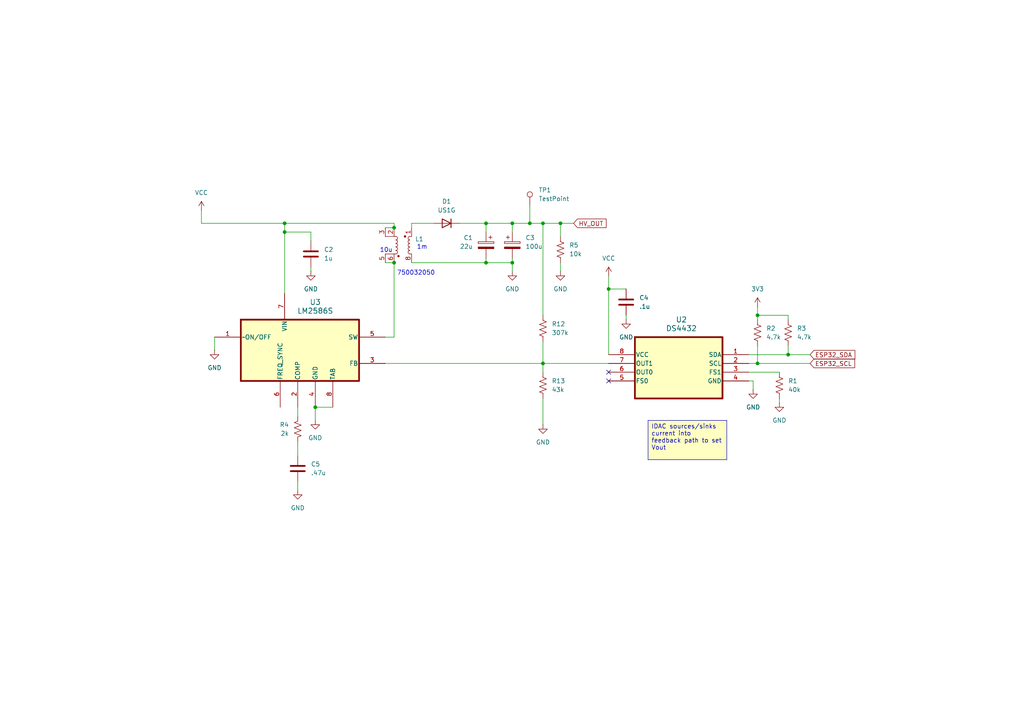
<source format=kicad_sch>
(kicad_sch (version 20231120) (generator "eeschema") (generator_version "8.0")
  (paper "A4")
  (lib_symbols
    (symbol "Connector:TestPoint" (pin_numbers hide) (pin_names (offset 0.762) hide)
      (property "Reference" "TP" (at 0 6.858 0))
      (property "Value" "TestPoint" (at 0 5.08 0))
      (symbol "TestPoint_0_1"
        (circle (center 0 3.302) (radius 0.762))
      )
      (symbol "TestPoint_1_1"
        (pin passive line (at 0 0 90) (length 2.54) (name "1") (number "1"))
      )
    )
    (symbol "Device:C" (pin_numbers hide) (pin_names (offset 0.254))
      (property "Reference" "C" (at 0.635 2.54 0))
      (property "Value" "C" (at 0.635 -2.54 0))
      (symbol "C_0_1"
        (polyline (pts (xy -2.032 -0.762) (xy 2.032 -0.762)) (stroke (width 0.508)))
        (polyline (pts (xy -2.032 0.762) (xy 2.032 0.762)) (stroke (width 0.508)))
      )
      (symbol "C_1_1"
        (pin passive line (at 0 3.81 270) (length 2.794) (name "~") (number "1"))
        (pin passive line (at 0 -3.81 90) (length 2.794) (name "~") (number "2"))
      )
    )
    (symbol "Device:C_Polarized" (pin_numbers hide) (pin_names (offset 0.254))
      (property "Reference" "C" (at 0.635 2.54 0))
      (property "Value" "C_Polarized" (at 0.635 -2.54 0))
      (symbol "C_Polarized_0_1"
        (rectangle (start -2.286 0.508) (end 2.286 1.016))
        (polyline (pts (xy -1.778 2.286) (xy -0.762 2.286)))
        (polyline (pts (xy -1.27 2.794) (xy -1.27 1.778)))
        (rectangle (start 2.286 -0.508) (end -2.286 -1.016) (fill (type outline)))
      )
      (symbol "C_Polarized_1_1"
        (pin passive line (at 0 3.81 270) (length 2.794) (name "~") (number "1"))
        (pin passive line (at 0 -3.81 90) (length 2.794) (name "~") (number "2"))
      )
    )
    (symbol "Device:L_Coupled" (pin_names (offset 0.254) hide)
      (property "Reference" "L1" (at 1.778 -3.556 90))
      (symbol "L_Coupled_0_1"
        (circle (center -3.175 1.27) (radius 0.254) (fill (type outline)))
        (arc (start -2.54 2.032) (mid -2.032 1.5262) (end -1.524 2.032))
        (arc (start -1.524 -2.032) (mid -2.032 -1.5262) (end -2.54 -2.032))
        (arc (start -1.524 2.032) (mid -1.016 1.5262) (end -0.508 2.032))
        (arc (start -0.508 -2.032) (mid -1.016 -1.5262) (end -1.524 -2.032))
        (arc (start -0.508 2.032) (mid 0 1.5262) (end 0.508 2.032))
        (polyline (pts (xy -2.54 -2.032) (xy -2.54 -2.54)))
        (polyline (pts (xy -2.54 2.032) (xy -2.54 2.54)))
        (polyline (pts (xy -2.54 5.08) (xy -2.54 2.54)))
        (polyline (pts (xy 2.54 -2.032) (xy 2.54 -2.54)))
        (polyline (pts (xy 2.54 2.54) (xy 2.54 2.032)))
        (polyline (pts (xy 2.54 5.08) (xy 2.54 2.54)))
        (arc (start 0.508 -2.032) (mid 0 -1.5262) (end -0.508 -2.032))
        (arc (start 0.508 2.032) (mid 1.016 1.5262) (end 1.524 2.032))
        (arc (start 1.524 -2.032) (mid 1.016 -1.5262) (end 0.508 -2.032))
        (arc (start 1.524 2.032) (mid 2.032 1.5262) (end 2.54 2.032))
        (arc (start 2.54 -2.032) (mid 2.032 -1.5262) (end 1.524 -2.032))
        (circle (center 2.54 -0.635) (radius 0.254) (fill (type outline)))
      )
      (symbol "L_Coupled_1_1"
        (pin passive line (at 5.08 -2.54 180) (length 2.54) (name "1") (number "1"))
        (pin passive line (at 5.08 2.54 180) (length 2.54) (name "4") (number "2"))
        (pin passive line (at 5.08 5.08 180) (length 2.54) (name "3") (number "3"))
        (pin passive line (at -5.08 5.08 0) (length 2.54) (name "5") (number "5"))
        (pin passive line (at -5.08 2.54 0) (length 2.54) (name "1") (number "6"))
        (pin passive line (at -5.08 -2.54 0) (length 2.54) (name "8") (number "8"))
      )
    )
    (symbol "Device:R_US" (pin_numbers hide) (pin_names (offset 0))
      (property "Reference" "R" (at 2.54 0 90))
      (property "Value" "R_US" (at -2.54 0 90))
      (symbol "R_US_0_1"
        (polyline (pts (xy 0 -2.286) (xy 0 -2.54)))
        (polyline (pts (xy 0 2.286) (xy 0 2.54)))
        (polyline (pts (xy 0 -0.762) (xy 1.016 -1.143) (xy 0 -1.524) (xy -1.016 -1.905) (xy 0 -2.286)))
        (polyline (pts (xy 0 0.762) (xy 1.016 0.381) (xy 0 0) (xy -1.016 -0.381) (xy 0 -0.762)))
        (polyline (pts (xy 0 2.286) (xy 1.016 1.905) (xy 0 1.524) (xy -1.016 1.143) (xy 0 0.762)))
      )
      (symbol "R_US_1_1"
        (pin passive line (at 0 3.81 270) (length 1.27) (name "~") (number "1"))
        (pin passive line (at 0 -3.81 90) (length 1.27) (name "~") (number "2"))
      )
    )
    (symbol "Diode:US1G" (pin_numbers hide) (pin_names hide)
      (property "Reference" "D" (at 0 2.54 0))
      (property "Value" "US1G" (at 0 -2.54 0))
      (symbol "US1G_0_1"
        (polyline (pts (xy -1.27 1.27) (xy -1.27 -1.27)) (stroke (width 0.254)))
        (polyline (pts (xy 1.27 0) (xy -1.27 0)))
        (polyline (pts (xy 1.27 1.27) (xy 1.27 -1.27) (xy -1.27 0) (xy 1.27 1.27)) (stroke (width 0.254)))
      )
      (symbol "US1G_1_1"
        (pin passive line (at -3.81 0 0) (length 2.54) (name "K") (number "1"))
        (pin passive line (at 3.81 0 180) (length 2.54) (name "A") (number "2"))
      )
    )
    (symbol "FES_SymbolLib:LM2586S-5.0_NOPB" (pin_names (offset 0.254))
      (property "Reference" "U" (at 50.8 10.16 0))
      (property "Value" "LM2586S" (at 50.8 7.62 0))
      (symbol "LM2586S-5.0_NOPB_0_1"
        (polyline (pts (xy 27.94 5.08) (xy 27.94 -12.7)) (stroke (width 0.127)))
        (pin passive line (at 44.45 -20.32 90) (length 7.62) (name "COMP") (number "2"))
        (pin passive line (at 69.85 -7.62 180) (length 7.62) (name "FB") (number "3"))
        (pin passive line (at 49.53 -20.32 90) (length 7.62) (name "GND") (number "4"))
        (pin output line (at 69.85 0 180) (length 7.62) (name "SW") (number "5"))
        (pin passive line (at 39.37 -20.32 90) (length 7.62) (name "FREQ_SYNC") (number "6"))
        (pin input line (at 40.64 12.7 270) (length 7.62) (name "VIN") (number "7"))
        (pin unspecified line (at 54.61 -20.32 90) (length 7.62) (name "TAB") (number "8"))
      )
      (symbol "LM2586S-5.0_NOPB_1_1"
        (rectangle (start 27.94 5.08) (end 62.23 -12.7) (stroke (width 0.508) (color 132 0 0 1)) (fill (type color) (color 255 255 194 1)))
        (pin passive line (at 20.32 0 0) (length 7.62) (name "~ON/OFF") (number "1"))
      )
    )
    (symbol "FES_SymbolLib:ds4432u+" (pin_names (offset 0.254))
      (property "Reference" "U" (at 20.32 10.16 0))
      (property "Value" "ds4432u+" (at 20.32 7.62 0))
      (symbol "ds4432u+_0_1"
        (polyline (pts (xy 7.62 -12.7) (xy 33.02 -12.7)) (stroke (width 0.127)))
        (polyline (pts (xy 7.62 5.08) (xy 7.62 -12.7)) (stroke (width 0.127)))
        (polyline (pts (xy 33.02 -12.7) (xy 33.02 5.08)) (stroke (width 0.127)))
        (polyline (pts (xy 33.02 5.08) (xy 7.62 5.08)) (stroke (width 0.127)))
        (pin bidirectional line (at 0 0 0) (length 7.62) (name "SDA") (number "1"))
        (pin input line (at 0 -2.54 0) (length 7.62) (name "SCL") (number "2"))
        (pin input line (at 0 -5.08 0) (length 7.62) (name "FS1") (number "3"))
        (pin power_in line (at 0 -7.62 0) (length 7.62) (name "GND") (number "4"))
        (pin input line (at 40.64 -7.62 180) (length 7.62) (name "FS0") (number "5"))
        (pin output line (at 40.64 -5.08 180) (length 7.62) (name "OUT0") (number "6"))
        (pin output line (at 40.64 -2.54 180) (length 7.62) (name "OUT1") (number "7"))
        (pin power_in line (at 40.64 0 180) (length 7.62) (name "VCC") (number "8"))
      )
      (symbol "ds4432u+_1_1"
        (rectangle (start 7.62 5.08) (end 33.02 -12.7) (stroke (width 0.508) (color 132 0 0 1)) (fill (type color) (color 255 255 194 1)))
      )
    )
    (symbol "power:GND" (power) (pin_numbers hide) (pin_names (offset 0) hide)
      (property "Value" "GND" (at 0 -3.81 0))
      (symbol "GND_0_1"
        (polyline (pts (xy 0 0) (xy 0 -1.27) (xy 1.27 -1.27) (xy 0 -2.54) (xy -1.27 -1.27) (xy 0 -1.27)))
      )
      (symbol "GND_1_1"
        (pin power_in line (at 0 0 270) (length 0) (name "~") (number "1"))
      )
    )
    (symbol "power:VCC" (power) (pin_numbers hide) (pin_names (offset 0) hide)
      (property "Value" "VCC" (at 0 3.556 0))
      (symbol "VCC_0_1"
        (polyline (pts (xy -0.762 1.27) (xy 0 2.54)))
        (polyline (pts (xy 0 0) (xy 0 2.54)))
        (polyline (pts (xy 0 2.54) (xy 0.762 1.27)))
      )
      (symbol "VCC_1_1"
        (pin power_in line (at 0 0 90) (length 0) (name "~") (number "1"))
      )
    )
  )
  (junction (at 219.71 105.41))
  (junction (at 114.3 66.04))
  (junction (at 148.59 64.77))
  (junction (at 114.3 76.2))
  (junction (at 82.55 67.31))
  (junction (at 82.55 64.77))
  (junction (at 140.97 76.2))
  (junction (at 148.59 76.2))
  (junction (at 176.53 83.82))
  (junction (at 91.44 118.11))
  (junction (at 153.67 64.77))
  (junction (at 157.48 64.77))
  (junction (at 162.56 64.77))
  (junction (at 140.97 64.77))
  (junction (at 228.6 102.87))
  (junction (at 219.71 91.44))
  (junction (at 157.48 105.41))
  (no_connect (at 176.53 110.49))
  (no_connect (at 176.53 107.95))
  (wire (pts (xy 217.17 107.95) (xy 226.06 107.95)))
  (wire (pts (xy 58.42 60.96) (xy 58.42 64.77)))
  (wire (pts (xy 133.35 64.77) (xy 140.97 64.77)))
  (wire (pts (xy 82.55 67.31) (xy 90.17 67.31)))
  (wire (pts (xy 181.61 91.44) (xy 181.61 92.71)))
  (wire (pts (xy 111.76 97.79) (xy 114.3 97.79)))
  (wire (pts (xy 111.76 105.41) (xy 157.48 105.41)))
  (wire (pts (xy 62.23 97.79) (xy 62.23 101.6)))
  (wire (pts (xy 219.71 100.33) (xy 219.71 105.41)))
  (wire (pts (xy 140.97 74.93) (xy 140.97 76.2)))
  (wire (pts (xy 111.76 76.2) (xy 114.3 76.2)))
  (wire (pts (xy 217.17 102.87) (xy 228.6 102.87)))
  (wire (pts (xy 114.3 76.2) (xy 114.3 97.79)))
  (wire (pts (xy 111.76 66.04) (xy 114.3 66.04)))
  (wire (pts (xy 219.71 91.44) (xy 228.6 91.44)))
  (wire (pts (xy 82.55 67.31) (xy 82.55 85.09)))
  (wire (pts (xy 157.48 105.41) (xy 176.53 105.41)))
  (wire (pts (xy 157.48 115.57) (xy 157.48 123.19)))
  (wire (pts (xy 140.97 64.77) (xy 140.97 67.31)))
  (wire (pts (xy 218.44 110.49) (xy 218.44 113.03)))
  (wire (pts (xy 228.6 100.33) (xy 228.6 102.87)))
  (wire (pts (xy 153.67 64.77) (xy 157.48 64.77)))
  (wire (pts (xy 162.56 76.2) (xy 162.56 78.74)))
  (wire (pts (xy 58.42 64.77) (xy 82.55 64.77)))
  (wire (pts (xy 86.36 118.11) (xy 86.36 120.65)))
  (wire (pts (xy 86.36 139.7) (xy 86.36 142.24)))
  (wire (pts (xy 157.48 105.41) (xy 157.48 107.95)))
  (wire (pts (xy 228.6 91.44) (xy 228.6 92.71)))
  (wire (pts (xy 219.71 91.44) (xy 219.71 92.71)))
  (wire (pts (xy 82.55 64.77) (xy 82.55 67.31)))
  (wire (pts (xy 219.71 88.9) (xy 219.71 91.44)))
  (wire (pts (xy 234.95 105.41) (xy 219.71 105.41)))
  (wire (pts (xy 82.55 64.77) (xy 114.3 64.77)))
  (wire (pts (xy 162.56 64.77) (xy 166.37 64.77)))
  (wire (pts (xy 157.48 99.06) (xy 157.48 105.41)))
  (wire (pts (xy 91.44 118.11) (xy 96.52 118.11)))
  (wire (pts (xy 119.38 64.77) (xy 125.73 64.77)))
  (wire (pts (xy 148.59 76.2) (xy 148.59 78.74)))
  (wire (pts (xy 90.17 77.47) (xy 90.17 78.74)))
  (wire (pts (xy 140.97 64.77) (xy 148.59 64.77)))
  (wire (pts (xy 219.71 105.41) (xy 217.17 105.41)))
  (wire (pts (xy 148.59 64.77) (xy 153.67 64.77)))
  (wire (pts (xy 148.59 74.93) (xy 148.59 76.2)))
  (wire (pts (xy 176.53 83.82) (xy 181.61 83.82)))
  (wire (pts (xy 217.17 110.49) (xy 218.44 110.49)))
  (wire (pts (xy 140.97 76.2) (xy 148.59 76.2)))
  (wire (pts (xy 157.48 64.77) (xy 162.56 64.77)))
  (wire (pts (xy 157.48 64.77) (xy 157.48 91.44)))
  (wire (pts (xy 153.67 59.69) (xy 153.67 64.77)))
  (wire (pts (xy 176.53 80.01) (xy 176.53 83.82)))
  (wire (pts (xy 162.56 64.77) (xy 162.56 68.58)))
  (wire (pts (xy 119.38 66.04) (xy 119.38 64.77)))
  (wire (pts (xy 176.53 83.82) (xy 176.53 102.87)))
  (wire (pts (xy 226.06 115.57) (xy 226.06 116.84)))
  (wire (pts (xy 86.36 128.27) (xy 86.36 132.08)))
  (wire (pts (xy 234.95 102.87) (xy 228.6 102.87)))
  (wire (pts (xy 119.38 76.2) (xy 140.97 76.2)))
  (wire (pts (xy 114.3 64.77) (xy 114.3 66.04)))
  (wire (pts (xy 148.59 64.77) (xy 148.59 67.31)))
  (wire (pts (xy 91.44 118.11) (xy 91.44 121.92)))
  (wire (pts (xy 90.17 67.31) (xy 90.17 69.85)))
  (text_box "IDAC sources/sinks current into feedback path to set Vout\n" (at 187.96 121.92 0) (size 22.86 11.43) (fill (type color) (color 255 255 194 1)) (effects (font (size 1.27 1.27)) (justify left top)))
  (text "10u\n" (at 112.014 72.644 0) (effects (font (size 1.27 1.27))))
  (text "750032050\n" (at 120.65 79.248 0) (effects (font (size 1.27 1.27))))
  (text "1m\n\n" (at 122.428 72.7711 0) (effects (font (size 1.27 1.27))))
  (global_label "HV_OUT" (shape input) (at 166.37 64.77 0) (property "Intersheetrefs" "${INTERSHEET_REFS}" (effects (hide yes))))
  (global_label "ESP32_SDA" (shape input) (at 234.95 102.87 0) (property "Intersheetrefs" "${INTERSHEET_REFS}" (effects (hide yes))))
  (global_label "ESP32_SCL" (shape input) (at 234.95 105.41 0) (property "Intersheetrefs" "${INTERSHEET_REFS}" (effects (hide yes))))
  (symbol (lib_id "Device:R_US") (at 157.48 95.25 0) (unit 1)
    (property "Reference" "R12" (at 160.02 93.9799 0) (effects (justify left)))
    (property "Value" "307k" (at 160.02 96.5199 0) (effects (justify left)))
    (property "Description" "Resistor, US symbol" (effects (hide yes)))
  )
  (symbol (lib_id "Device:C_Polarized") (at 140.97 71.12 0) (mirror y) (unit 1)
    (property "Reference" "C1" (at 137.16 68.9609 0) (effects (justify left)))
    (property "Value" "22u" (at 137.16 71.5009 0) (effects (justify left)))
    (property "Description" "Polarized capacitor" (effects (hide yes)))
  )
  (symbol (lib_id "power:GND") (at 162.56 78.74 0) (unit 1)
    (property "Reference" "#PWR013" (effects (hide yes)))
    (property "Value" "GND" (at 162.56 83.82 0))
    (property "Description" "Power symbol creates a global label with name \"GND\" , ground" (effects (hide yes)))
  )
  (symbol (lib_id "power:GND") (at 218.44 113.03 0) (unit 1)
    (property "Reference" "#PWR08" (effects (hide yes)))
    (property "Value" "GND" (at 218.44 118.11 0))
    (property "Description" "Power symbol creates a global label with name \"GND\" , ground" (effects (hide yes)))
  )
  (symbol (lib_id "power:GND") (at 226.06 116.84 0) (unit 1)
    (property "Reference" "#PWR09" (effects (hide yes)))
    (property "Value" "GND" (at 226.06 121.92 0))
    (property "Description" "Power symbol creates a global label with name \"GND\" , ground" (effects (hide yes)))
  )
  (symbol (lib_id "Diode:US1G") (at 129.54 64.77 180) (unit 1)
    (property "Reference" "D1" (at 129.54 58.42 0))
    (property "Value" "US1G" (at 129.54 60.96 0))
    (property "Footprint" "Diode_SMD:D_SMA" (effects (hide yes)))
    (property "Datasheet" "https://www.diodes.com/assets/Datasheets/ds16008.pdf" (effects (hide yes)))
    (property "Description" "400V, 1A, General Purpose Rectifier Diode, SMA(DO-214AC)" (effects (hide yes)))
    (property "Sim.Device" "D" (effects (hide yes)))
    (property "Sim.Pins" "1=K 2=A" (effects (hide yes)))
  )
  (symbol (lib_id "Device:R_US") (at 157.48 111.76 0) (unit 1)
    (property "Reference" "R13" (at 160.02 110.4899 0) (effects (justify left)))
    (property "Value" "43k" (at 160.02 113.0299 0) (effects (justify left)))
    (property "Description" "Resistor, US symbol" (effects (hide yes)))
  )
  (symbol (lib_id "FES_SymbolLib:ds4432u+") (at 217.17 102.87 0) (mirror y) (unit 1)
    (property "Reference" "U2" (at 197.6311 92.71 0) (effects (font (size 1.524 1.524))))
    (property "Value" "DS4432" (at 197.6311 95.25 0) (effects (font (size 1.524 1.524))))
    (property "Footprint" "FES_Footprints:21-0036_U8&plus_1_MXM" (effects (hide yes)))
    (property "Datasheet" "ds4432u+" (effects (hide yes)))
  )
  (symbol (lib_id "power:VCC") (at 176.53 80.01 0) (unit 1)
    (property "Reference" "#PWR06" (effects (hide yes)))
    (property "Value" "VCC" (at 176.53 74.93 0))
    (property "Description" "Power symbol creates a global label with name \"VCC\"" (effects (hide yes)))
  )
  (symbol (lib_id "Device:R_US") (at 86.36 124.46 0) (mirror y) (unit 1)
    (property "Reference" "R4" (at 83.82 123.1899 0) (effects (justify left)))
    (property "Value" "2k" (at 83.82 125.7299 0) (effects (justify left)))
    (property "Description" "Resistor, US symbol" (effects (hide yes)))
  )
  (symbol (lib_id "power:GND") (at 157.48 123.19 0) (unit 1)
    (property "Reference" "#PWR07" (effects (hide yes)))
    (property "Value" "GND" (at 157.48 128.27 0))
    (property "Description" "Power symbol creates a global label with name \"GND\" , ground" (effects (hide yes)))
  )
  (symbol (lib_id "Device:R_US") (at 162.56 72.39 0) (unit 1)
    (property "Reference" "R5" (at 165.1 71.1199 0) (effects (justify left)))
    (property "Value" "10k" (at 165.1 73.6599 0) (effects (justify left)))
    (property "Description" "Resistor, US symbol" (effects (hide yes)))
  )
  (symbol (lib_id "power:GND") (at 86.36 142.24 0) (unit 1)
    (property "Reference" "#PWR011" (effects (hide yes)))
    (property "Value" "GND" (at 86.36 147.32 0))
    (property "Description" "Power symbol creates a global label with name \"GND\" , ground" (effects (hide yes)))
  )
  (symbol (lib_id "power:GND") (at 148.59 78.74 0) (unit 1)
    (property "Reference" "#PWR04" (effects (hide yes)))
    (property "Value" "GND" (at 148.59 83.82 0))
    (property "Description" "Power symbol creates a global label with name \"GND\" , ground" (effects (hide yes)))
  )
  (symbol (lib_id "power:GND") (at 91.44 121.92 0) (unit 1)
    (property "Reference" "#PWR02" (effects (hide yes)))
    (property "Value" "GND" (at 91.44 127 0))
    (property "Description" "Power symbol creates a global label with name \"GND\" , ground" (effects (hide yes)))
  )
  (symbol (lib_id "power:VCC") (at 219.71 88.9 0) (unit 1)
    (property "Reference" "#PWR010" (effects (hide yes)))
    (property "Value" "3V3" (at 219.71 83.82 0))
    (property "Description" "Power symbol creates a global label with name \"VCC\"" (effects (hide yes)))
  )
  (symbol (lib_id "Device:R_US") (at 228.6 96.52 0) (unit 1)
    (property "Reference" "R3" (at 231.14 95.2499 0) (effects (justify left)))
    (property "Value" "4.7k" (at 231.14 97.7899 0) (effects (justify left)))
    (property "Description" "Resistor, US symbol" (effects (hide yes)))
  )
  (symbol (lib_id "power:GND") (at 90.17 78.74 0) (unit 1)
    (property "Reference" "#PWR05" (effects (hide yes)))
    (property "Value" "GND" (at 90.17 83.82 0))
    (property "Description" "Power symbol creates a global label with name \"GND\" , ground" (effects (hide yes)))
  )
  (symbol (lib_id "Device:C_Polarized") (at 148.59 71.12 0) (unit 1)
    (property "Reference" "C3" (at 152.4 68.9609 0) (effects (justify left)))
    (property "Value" "100u" (at 152.4 71.5009 0) (effects (justify left)))
    (property "Description" "Polarized capacitor" (effects (hide yes)))
  )
  (symbol (lib_id "power:GND") (at 181.61 92.71 0) (unit 1)
    (property "Reference" "#PWR03" (effects (hide yes)))
    (property "Value" "GND" (at 181.61 97.79 0))
    (property "Description" "Power symbol creates a global label with name \"GND\" , ground" (effects (hide yes)))
  )
  (symbol (lib_id "Device:C") (at 181.61 87.63 0) (unit 1)
    (property "Reference" "C4" (at 185.42 86.3599 0) (effects (justify left)))
    (property "Value" ".1u" (at 185.42 88.8999 0) (effects (justify left)))
    (property "Description" "Unpolarized capacitor" (effects (hide yes)))
  )
  (symbol (lib_id "Device:C") (at 90.17 73.66 0) (unit 1)
    (property "Reference" "C2" (at 93.98 72.3899 0) (effects (justify left)))
    (property "Value" "1u" (at 93.98 74.9299 0) (effects (justify left)))
    (property "Description" "Unpolarized capacitor" (effects (hide yes)))
  )
  (symbol (lib_id "Device:R_US") (at 226.06 111.76 0) (unit 1)
    (property "Reference" "R1" (at 228.6 110.4899 0) (effects (justify left)))
    (property "Value" "40k" (at 228.6 113.0299 0) (effects (justify left)))
    (property "Description" "Resistor, US symbol" (effects (hide yes)))
  )
  (symbol (lib_id "Device:C") (at 86.36 135.89 0) (unit 1)
    (property "Reference" "C5" (at 90.17 134.6199 0) (effects (justify left)))
    (property "Value" ".47u" (at 90.17 137.1599 0) (effects (justify left)))
    (property "Description" "Unpolarized capacitor" (effects (hide yes)))
  )
  (symbol (lib_id "FES_SymbolLib:LM2586S-5.0_NOPB") (at 41.91 97.79 0) (unit 1)
    (property "Reference" "U3" (at 91.44 87.63 0) (effects (font (size 1.524 1.524))))
    (property "Value" "LM2586S" (at 91.44 90.17 0) (effects (font (size 1.524 1.524))))
    (property "Footprint" "TS7B" (effects (hide yes)))
    (property "Datasheet" "LM2586S-5.0/NOPB" (effects (hide yes)))
  )
  (symbol (lib_id "power:VCC") (at 58.42 60.96 0) (unit 1)
    (property "Reference" "#PWR01" (effects (hide yes)))
    (property "Value" "VCC" (at 58.42 55.88 0))
    (property "Description" "Power symbol creates a global label with name \"VCC\"" (effects (hide yes)))
  )
  (symbol (lib_id "power:GND") (at 62.23 101.6 0) (unit 1)
    (property "Reference" "#PWR012" (effects (hide yes)))
    (property "Value" "GND" (at 62.23 106.68 0))
    (property "Description" "Power symbol creates a global label with name \"GND\" , ground" (effects (hide yes)))
  )
  (symbol (lib_id "Device:R_US") (at 219.71 96.52 0) (unit 1)
    (property "Reference" "R2" (at 222.25 95.2499 0) (effects (justify left)))
    (property "Value" "4.7k" (at 222.25 97.7899 0) (effects (justify left)))
    (property "Description" "Resistor, US symbol" (effects (hide yes)))
  )
  (symbol (lib_id "Device:L_Coupled") (at 116.84 71.12 90) (unit 1)
    (property "Reference" "L1" (at 120.396 69.342 90) (effects (justify right)))
    (property "Value" "1u" (effects (hide yes)))
    (property "Description" "Coupled inductor" (effects (hide yes)))
  )
  (symbol (lib_id "Connector:TestPoint") (at 153.67 59.69 0) (unit 1)
    (property "Reference" "TP1" (at 156.21 55.1179 0) (effects (justify left)))
    (property "Value" "TestPoint" (at 156.21 57.6579 0) (effects (justify left)))
    (property "Description" "test point" (effects (hide yes)))
  )
)
</source>
